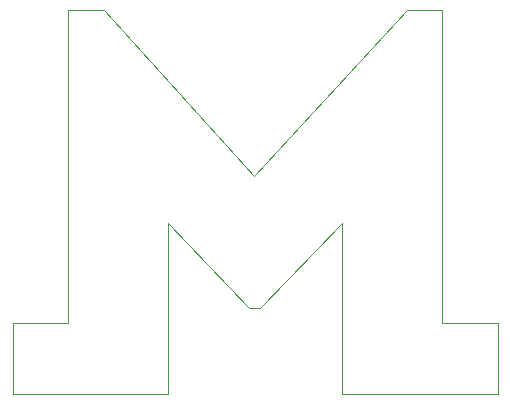
<source format=gm1>
G04 #@! TF.FileFunction,Profile,NP*
%FSLAX46Y46*%
G04 Gerber Fmt 4.6, Leading zero omitted, Abs format (unit mm)*
G04 Created by KiCad (PCBNEW 4.0.0-rc2-stable) date 3/3/2016 3:46:00 PM*
%MOMM*%
G01*
G04 APERTURE LIST*
%ADD10C,0.150000*%
%ADD11C,0.100000*%
G04 APERTURE END LIST*
D10*
D11*
X82980000Y-51160000D02*
X74500000Y-51160000D01*
X74500000Y-51160000D02*
X74500000Y-51150000D01*
X74500000Y-51150000D02*
X74500000Y-36700000D01*
X74500000Y-36700000D02*
X67590000Y-43930000D01*
X67590000Y-43930000D02*
X66670000Y-43930000D01*
X66670000Y-43930000D02*
X59810000Y-36700000D01*
X59810000Y-36700000D02*
X59810000Y-51150000D01*
X59810000Y-51150000D02*
X59810000Y-51160000D01*
X59810000Y-51160000D02*
X51330000Y-51160000D01*
X51330000Y-51160000D02*
X51330000Y-51150000D01*
X51330000Y-51150000D02*
X46630000Y-51150000D01*
X46630000Y-51150000D02*
X46630000Y-45150000D01*
X46630000Y-45150000D02*
X51330000Y-45150000D01*
X51330000Y-45150000D02*
X51330000Y-18630000D01*
X51330000Y-18630000D02*
X51330000Y-18630000D01*
X51330000Y-18630000D02*
X54390000Y-18630000D01*
X54390000Y-18630000D02*
X67090000Y-32710000D01*
X67090000Y-32710000D02*
X80010000Y-18630000D01*
X80010000Y-18630000D02*
X82980000Y-18630000D01*
X82980000Y-18630000D02*
X82980000Y-18630000D01*
X82980000Y-18630000D02*
X82980000Y-45150000D01*
X82980000Y-45150000D02*
X87680000Y-45150000D01*
X87680000Y-45150000D02*
X87680000Y-51150000D01*
X87680000Y-51150000D02*
X82980000Y-51150000D01*
X82980000Y-51150000D02*
X82980000Y-51160000D01*
X82980000Y-51160000D02*
X82980000Y-51160000D01*
X82980000Y-51160000D02*
X82980000Y-51160000D01*
M02*

</source>
